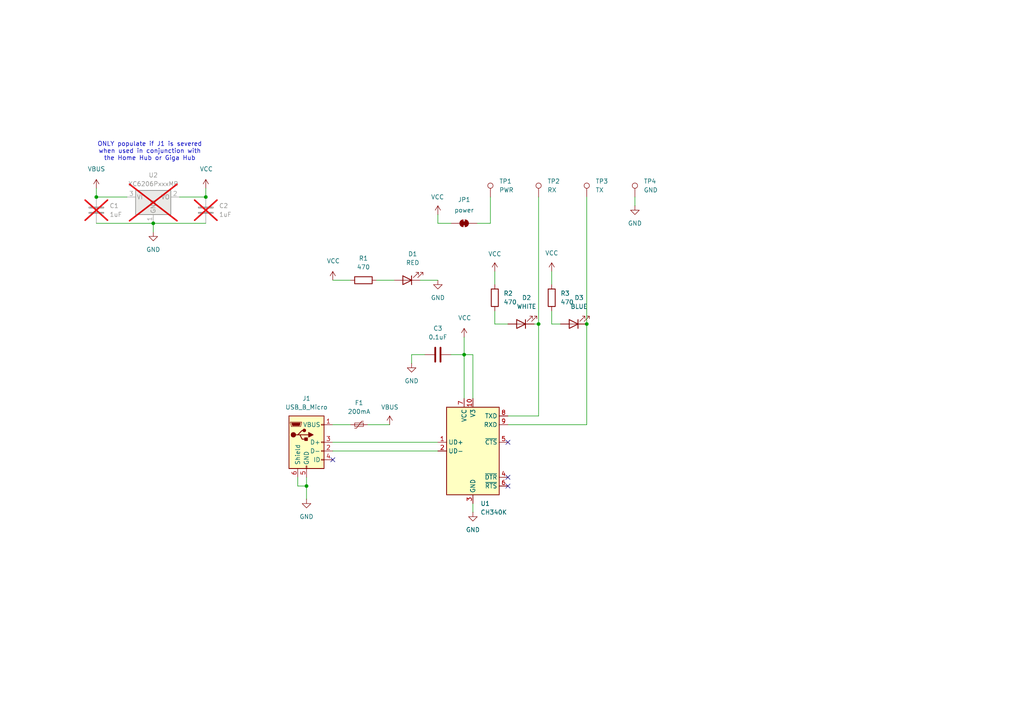
<source format=kicad_sch>
(kicad_sch (version 20231120) (generator "eeschema") (generator_version "8.0")
  (paper "A4")
  (title_block (title "hubrxtx") (date "2024-09-08") (rev "1"))
  (lib_symbols
    (symbol "Connector:TestPoint" (pin_numbers hide) (pin_names (offset 0.762) hide)
      (property "Reference" "TP" (at 0 6.858 0))
      (property "Value" "TestPoint" (at 0 5.08 0))
      (symbol "TestPoint_0_1"
        (circle (center 0 3.302) (radius 0.762))
      )
      (symbol "TestPoint_1_1"
        (pin passive line (at 0 0 90) (length 2.54) (name "1") (number "1"))
      )
    )
    (symbol "Connector:USB_B_Micro" (pin_names (offset 1.016))
      (property "Reference" "J" (at -5.08 11.43 0))
      (property "Value" "USB_B_Micro" (at -5.08 8.89 0))
      (symbol "USB_B_Micro_0_1"
        (rectangle (start -5.08 -7.62) (end 5.08 7.62) (stroke (width 0.254)) (fill (type background)))
        (circle (center -3.81 2.159) (radius 0.635) (stroke (width 0.254)) (fill (type outline)))
        (circle (center -0.635 3.429) (radius 0.381) (stroke (width 0.254)) (fill (type outline)))
        (rectangle (start -0.127 -7.62) (end 0.127 -6.858))
        (polyline (pts (xy -1.905 2.159) (xy 0.635 2.159)) (stroke (width 0.254)))
        (polyline (pts (xy -3.175 2.159) (xy -2.54 2.159) (xy -1.27 3.429) (xy -0.635 3.429)) (stroke (width 0.254)))
        (polyline (pts (xy -2.54 2.159) (xy -1.905 2.159) (xy -1.27 0.889) (xy 0 0.889)) (stroke (width 0.254)))
        (polyline (pts (xy 0.635 2.794) (xy 0.635 1.524) (xy 1.905 2.159) (xy 0.635 2.794)) (stroke (width 0.254)) (fill (type outline)))
        (polyline (pts (xy -4.318 5.588) (xy -1.778 5.588) (xy -2.032 4.826) (xy -4.064 4.826) (xy -4.318 5.588)) (fill (type outline)))
        (polyline (pts (xy -4.699 5.842) (xy -4.699 5.588) (xy -4.445 4.826) (xy -4.445 4.572) (xy -1.651 4.572) (xy -1.651 4.826) (xy -1.397 5.588) (xy -1.397 5.842) (xy -4.699 5.842)))
        (rectangle (start 0.254 1.27) (end -0.508 0.508) (stroke (width 0.254)) (fill (type outline)))
        (rectangle (start 5.08 -5.207) (end 4.318 -4.953))
        (rectangle (start 5.08 -2.667) (end 4.318 -2.413))
        (rectangle (start 5.08 -0.127) (end 4.318 0.127))
        (rectangle (start 5.08 4.953) (end 4.318 5.207))
      )
      (symbol "USB_B_Micro_1_1"
        (pin power_out line (at 7.62 5.08 180) (length 2.54) (name "VBUS") (number "1"))
        (pin bidirectional line (at 7.62 -2.54 180) (length 2.54) (name "D-") (number "2"))
        (pin bidirectional line (at 7.62 0 180) (length 2.54) (name "D+") (number "3"))
        (pin passive line (at 7.62 -5.08 180) (length 2.54) (name "ID") (number "4"))
        (pin power_out line (at 0 -10.16 90) (length 2.54) (name "GND") (number "5"))
        (pin passive line (at -2.54 -10.16 90) (length 2.54) (name "Shield") (number "6"))
      )
    )
    (symbol "Device:C" (pin_numbers hide) (pin_names (offset 0.254))
      (property "Reference" "C" (at 0.635 2.54 0))
      (property "Value" "C" (at 0.635 -2.54 0))
      (symbol "C_0_1"
        (polyline (pts (xy -2.032 -0.762) (xy 2.032 -0.762)) (stroke (width 0.508)))
        (polyline (pts (xy -2.032 0.762) (xy 2.032 0.762)) (stroke (width 0.508)))
      )
      (symbol "C_1_1"
        (pin passive line (at 0 3.81 270) (length 2.794) (name "~") (number "1"))
        (pin passive line (at 0 -3.81 90) (length 2.794) (name "~") (number "2"))
      )
    )
    (symbol "Device:LED" (pin_numbers hide) (pin_names (offset 1.016) hide)
      (property "Reference" "D" (at 0 2.54 0))
      (property "Value" "LED" (at 0 -2.54 0))
      (symbol "LED_0_1"
        (polyline (pts (xy -1.27 -1.27) (xy -1.27 1.27)) (stroke (width 0.254)))
        (polyline (pts (xy -1.27 0) (xy 1.27 0)))
        (polyline (pts (xy 1.27 -1.27) (xy 1.27 1.27) (xy -1.27 0) (xy 1.27 -1.27)) (stroke (width 0.254)))
        (polyline (pts (xy -3.048 -0.762) (xy -4.572 -2.286) (xy -3.81 -2.286) (xy -4.572 -2.286) (xy -4.572 -1.524)))
        (polyline (pts (xy -1.778 -0.762) (xy -3.302 -2.286) (xy -2.54 -2.286) (xy -3.302 -2.286) (xy -3.302 -1.524)))
      )
      (symbol "LED_1_1"
        (pin passive line (at -3.81 0 0) (length 2.54) (name "K") (number "1"))
        (pin passive line (at 3.81 0 180) (length 2.54) (name "A") (number "2"))
      )
    )
    (symbol "Device:Polyfuse_Small" (pin_numbers hide) (pin_names (offset 0))
      (property "Reference" "F" (at -1.905 0 90))
      (property "Value" "Polyfuse_Small" (at 1.905 0 90))
      (symbol "Polyfuse_Small_0_1"
        (rectangle (start -0.508 1.27) (end 0.508 -1.27))
        (polyline (pts (xy 0 2.54) (xy 0 -2.54)))
        (polyline (pts (xy -1.016 1.27) (xy -1.016 0.762) (xy 1.016 -0.762) (xy 1.016 -1.27)))
      )
      (symbol "Polyfuse_Small_1_1"
        (pin passive line (at 0 2.54 270) (length 0.635) (name "~") (number "1"))
        (pin passive line (at 0 -2.54 90) (length 0.635) (name "~") (number "2"))
      )
    )
    (symbol "Device:R" (pin_numbers hide) (pin_names (offset 0))
      (property "Reference" "R" (at 2.032 0 90))
      (property "Value" "R" (at 0 0 90))
      (symbol "R_0_1"
        (rectangle (start -1.016 -2.54) (end 1.016 2.54) (stroke (width 0.254)))
      )
      (symbol "R_1_1"
        (pin passive line (at 0 3.81 270) (length 1.27) (name "~") (number "1"))
        (pin passive line (at 0 -3.81 90) (length 1.27) (name "~") (number "2"))
      )
    )
    (symbol "Interface_USB:CH340K"
      (property "Reference" "U" (at -6.858 13.97 0))
      (property "Value" "CH340K" (at 1.27 13.97 0))
      (symbol "CH340K_0_1"
        (rectangle (start -7.62 12.7) (end 7.62 -12.7) (stroke (width 0.254)) (fill (type background)))
      )
      (symbol "CH340K_1_0"
        (pin passive line (at 0 -15.24 90) (length 2.54) hide (name "GND") (number "11"))
      )
      (symbol "CH340K_1_1"
        (pin bidirectional line (at -10.16 2.54 0) (length 2.54) (name "UD+") (number "1"))
        (pin passive line (at 0 15.24 270) (length 2.54) (name "V3") (number "10"))
        (pin bidirectional line (at -10.16 0 0) (length 2.54) (name "UD-") (number "2"))
        (pin power_in line (at 0 -15.24 90) (length 2.54) (name "GND") (number "3"))
        (pin output line (at 10.16 -7.62 180) (length 2.54) (name "~{DTR}") (number "4"))
        (pin input line (at 10.16 2.54 180) (length 2.54) (name "~{CTS}") (number "5"))
        (pin output line (at 10.16 -10.16 180) (length 2.54) (name "~{RTS}") (number "6"))
        (pin power_in line (at -2.54 15.24 270) (length 2.54) (name "VCC") (number "7"))
        (pin output line (at 10.16 10.16 180) (length 2.54) (name "TXD") (number "8"))
        (pin input line (at 10.16 7.62 180) (length 2.54) (name "RXD") (number "9"))
      )
    )
    (symbol "Jumper:SolderJumper_2_Bridged" (pin_numbers hide) (pin_names (offset 0) hide) (exclude_from_sim yes) (in_bom no)
      (property "Reference" "JP" (at 0 2.032 0))
      (property "Value" "SolderJumper_2_Bridged" (at 0 -2.54 0))
      (symbol "SolderJumper_2_Bridged_0_1"
        (rectangle (start -0.508 0.508) (end 0.508 -0.508) (fill (type outline)))
        (arc (start -0.254 1.016) (mid -1.2656 0) (end -0.254 -1.016))
        (arc (start -0.254 1.016) (mid -1.2656 0) (end -0.254 -1.016) (fill (type outline)))
        (polyline (pts (xy -0.254 1.016) (xy -0.254 -1.016)))
        (polyline (pts (xy 0.254 1.016) (xy 0.254 -1.016)))
        (arc (start 0.254 -1.016) (mid 1.2656 0) (end 0.254 1.016))
        (arc (start 0.254 -1.016) (mid 1.2656 0) (end 0.254 1.016) (fill (type outline)))
      )
      (symbol "SolderJumper_2_Bridged_1_1"
        (pin passive line (at -3.81 0 0) (length 2.54) (name "A") (number "1"))
        (pin passive line (at 3.81 0 180) (length 2.54) (name "B") (number "2"))
      )
    )
    (symbol "Regulator_Linear:XC6206PxxxMR" (pin_names (offset 0.254))
      (property "Reference" "U" (at -3.81 3.175 0))
      (property "Value" "XC6206PxxxMR" (at 0 3.175 0))
      (symbol "XC6206PxxxMR_0_1"
        (rectangle (start -5.08 1.905) (end 5.08 -5.08) (stroke (width 0.254)) (fill (type background)))
      )
      (symbol "XC6206PxxxMR_1_1"
        (pin power_in line (at 0 -7.62 90) (length 2.54) (name "GND") (number "1"))
        (pin power_out line (at 7.62 0 180) (length 2.54) (name "VO") (number "2"))
        (pin power_in line (at -7.62 0 0) (length 2.54) (name "VI") (number "3"))
      )
    )
    (symbol "power:GND" (power) (pin_numbers hide) (pin_names (offset 0) hide)
      (property "Value" "GND" (at 0 -3.81 0))
      (symbol "GND_0_1"
        (polyline (pts (xy 0 0) (xy 0 -1.27) (xy 1.27 -1.27) (xy 0 -2.54) (xy -1.27 -1.27) (xy 0 -1.27)))
      )
      (symbol "GND_1_1"
        (pin power_in line (at 0 0 270) (length 0) (name "~") (number "1"))
      )
    )
    (symbol "power:VCC" (power) (pin_numbers hide) (pin_names (offset 0) hide)
      (property "Value" "VCC" (at 0 3.556 0))
      (symbol "VCC_0_1"
        (polyline (pts (xy -0.762 1.27) (xy 0 2.54)))
        (polyline (pts (xy 0 0) (xy 0 2.54)))
        (polyline (pts (xy 0 2.54) (xy 0.762 1.27)))
      )
      (symbol "VCC_1_1"
        (pin power_in line (at 0 0 90) (length 0) (name "~") (number "1"))
      )
    )
    (symbol "power:VDD" (power) (pin_numbers hide) (pin_names (offset 0) hide)
      (property "Value" "VDD" (at 0 3.556 0))
      (symbol "VDD_0_1"
        (polyline (pts (xy -0.762 1.27) (xy 0 2.54)))
        (polyline (pts (xy 0 0) (xy 0 2.54)))
        (polyline (pts (xy 0 2.54) (xy 0.762 1.27)))
      )
      (symbol "VDD_1_1"
        (pin power_in line (at 0 0 90) (length 0) (name "~") (number "1"))
      )
    )
  )
  (junction (at 134.62 102.87))
  (junction (at 88.9 140.97))
  (junction (at 170.18 93.98))
  (junction (at 156.21 93.98))
  (junction (at 44.45 64.77))
  (junction (at 27.94 57.15))
  (junction (at 59.69 57.15))
  (no_connect (at 147.32 140.97))
  (no_connect (at 147.32 138.43))
  (no_connect (at 96.52 133.35))
  (no_connect (at 147.32 128.27))
  (wire (pts (xy 96.52 81.28) (xy 101.6 81.28)))
  (wire (pts (xy 143.51 78.74) (xy 143.51 82.55)))
  (wire (pts (xy 160.02 90.17) (xy 160.02 93.98)))
  (wire (pts (xy 44.45 64.77) (xy 59.69 64.77)))
  (wire (pts (xy 134.62 97.79) (xy 134.62 102.87)))
  (wire (pts (xy 96.52 130.81) (xy 127 130.81)))
  (wire (pts (xy 119.38 102.87) (xy 123.19 102.87)))
  (wire (pts (xy 96.52 128.27) (xy 127 128.27)))
  (wire (pts (xy 113.03 123.19) (xy 106.68 123.19)))
  (wire (pts (xy 170.18 57.15) (xy 170.18 93.98)))
  (wire (pts (xy 160.02 78.74) (xy 160.02 82.55)))
  (wire (pts (xy 156.21 57.15) (xy 156.21 93.98)))
  (wire (pts (xy 121.92 81.28) (xy 127 81.28)))
  (wire (pts (xy 142.24 64.77) (xy 142.24 57.15)))
  (wire (pts (xy 127 62.23) (xy 127 64.77)))
  (wire (pts (xy 88.9 140.97) (xy 88.9 144.78)))
  (wire (pts (xy 119.38 105.41) (xy 119.38 102.87)))
  (wire (pts (xy 156.21 93.98) (xy 156.21 120.65)))
  (wire (pts (xy 170.18 93.98) (xy 170.18 123.19)))
  (wire (pts (xy 27.94 54.61) (xy 27.94 57.15)))
  (wire (pts (xy 96.52 123.19) (xy 101.6 123.19)))
  (wire (pts (xy 27.94 57.15) (xy 36.83 57.15)))
  (wire (pts (xy 143.51 90.17) (xy 143.51 93.98)))
  (wire (pts (xy 86.36 140.97) (xy 88.9 140.97)))
  (wire (pts (xy 27.94 64.77) (xy 44.45 64.77)))
  (wire (pts (xy 160.02 93.98) (xy 162.56 93.98)))
  (wire (pts (xy 88.9 140.97) (xy 88.9 138.43)))
  (wire (pts (xy 86.36 140.97) (xy 86.36 138.43)))
  (wire (pts (xy 52.07 57.15) (xy 59.69 57.15)))
  (wire (pts (xy 127 64.77) (xy 130.81 64.77)))
  (wire (pts (xy 154.94 93.98) (xy 156.21 93.98)))
  (wire (pts (xy 44.45 67.31) (xy 44.45 64.77)))
  (wire (pts (xy 137.16 148.59) (xy 137.16 146.05)))
  (wire (pts (xy 137.16 102.87) (xy 137.16 115.57)))
  (wire (pts (xy 59.69 54.61) (xy 59.69 57.15)))
  (wire (pts (xy 143.51 93.98) (xy 147.32 93.98)))
  (wire (pts (xy 137.16 102.87) (xy 134.62 102.87)))
  (wire (pts (xy 138.43 64.77) (xy 142.24 64.77)))
  (wire (pts (xy 109.22 81.28) (xy 114.3 81.28)))
  (wire (pts (xy 184.15 57.15) (xy 184.15 59.69)))
  (wire (pts (xy 134.62 102.87) (xy 134.62 115.57)))
  (wire (pts (xy 156.21 120.65) (xy 147.32 120.65)))
  (wire (pts (xy 147.32 123.19) (xy 170.18 123.19)))
  (wire (pts (xy 134.62 102.87) (xy 130.81 102.87)))
  (text "ONLY populate if J1 is severed\nwhen used in conjunction with\nthe Home Hub or Giga Hub" (at 43.434 43.942 0) (effects (font (size 1.27 1.27))))
  (symbol (lib_id "power:VCC") (at 113.03 123.19 0) (unit 1)
    (property "Reference" "#PWR05" (effects (hide yes)))
    (property "Value" "VBUS" (at 110.49 118.11 0) (effects (justify left)))
    (property "Description" "Power symbol creates a global label with name \"VCC\"" (effects (hide yes)))
  )
  (symbol (lib_id "power:GND") (at 127 81.28 0) (unit 1)
    (property "Reference" "#PWR013" (effects (hide yes)))
    (property "Value" "GND" (at 127 86.36 0))
    (property "Description" "Power symbol creates a global label with name \"GND\" , ground" (effects (hide yes)))
  )
  (symbol (lib_id "power:GND") (at 44.45 67.31 0) (unit 1)
    (property "Reference" "#PWR04" (effects (hide yes)))
    (property "Value" "GND" (at 44.45 72.39 0))
    (property "Description" "Power symbol creates a global label with name \"GND\" , ground" (effects (hide yes)))
  )
  (symbol (lib_id "power:VDD") (at 134.62 97.79 0) (unit 1)
    (property "Reference" "#PWR08" (effects (hide yes)))
    (property "Value" "VCC" (at 132.842 92.202 0) (effects (justify left)))
    (property "Description" "Power symbol creates a global label with name \"VDD\"" (effects (hide yes)))
  )
  (symbol (lib_id "Connector:TestPoint") (at 142.24 57.15 0) (unit 1)
    (property "Reference" "TP1" (at 144.78 52.5779 0) (effects (justify left)))
    (property "Value" "PWR" (at 144.78 55.1179 0) (effects (justify left)))
    (property "Footprint" "TestPoint:TestPoint_Pad_D4.0mm" (effects (hide yes)))
    (property "Description" "test point" (effects (hide yes)))
  )
  (symbol (lib_id "Device:LED") (at 151.13 93.98 180) (unit 1)
    (property "Reference" "D2" (at 152.7175 86.36 0))
    (property "Value" "WHITE" (at 152.7175 88.9 0))
    (property "Footprint" "LED_SMD:LED_0603_1608Metric" (effects (hide yes)))
    (property "Description" "Light emitting diode" (effects (hide yes)))
  )
  (symbol (lib_id "Connector:USB_B_Micro") (at 88.9 128.27 0) (unit 1)
    (property "Reference" "J1" (at 88.9 115.57 0))
    (property "Value" "USB_B_Micro" (at 88.9 118.11 0))
    (property "Footprint" "Connector_USB:USB_Micro-B_Wuerth_614105150721_Vertical" (effects (hide yes)))
    (property "Description" "USB Micro Type B connector" (effects (hide yes)))
  )
  (symbol (lib_id "power:GND") (at 119.38 105.41 0) (unit 1)
    (property "Reference" "#PWR09" (effects (hide yes)))
    (property "Value" "GND" (at 119.38 110.49 0))
    (property "Description" "Power symbol creates a global label with name \"GND\" , ground" (effects (hide yes)))
  )
  (symbol (lib_id "Connector:TestPoint") (at 156.21 57.15 0) (unit 1)
    (property "Reference" "TP2" (at 158.75 52.5779 0) (effects (justify left)))
    (property "Value" "RX" (at 158.75 55.1179 0) (effects (justify left)))
    (property "Footprint" "TestPoint:TestPoint_Pad_D4.0mm" (effects (hide yes)))
    (property "Description" "test point" (effects (hide yes)))
  )
  (symbol (lib_id "Interface_USB:CH340K") (at 137.16 130.81 0) (unit 1)
    (property "Reference" "U1" (at 139.3541 146.05 0) (effects (justify left)))
    (property "Value" "CH340K" (at 139.3541 148.59 0) (effects (justify left)))
    (property "Footprint" "Package_SO:SSOP-10-1EP_3.9x4.9mm_P1mm_EP2.1x3.3mm" (effects (hide yes)))
    (property "Datasheet" "https://cdn.sparkfun.com/assets/5/0/a/8/5/CH340DS1.PDF" (effects (hide yes)))
    (property "Description" "USB serial converter, UART, SSOP-10" (effects (hide yes)))
  )
  (symbol (lib_id "power:GND") (at 184.15 59.69 0) (unit 1)
    (property "Reference" "#PWR02" (effects (hide yes)))
    (property "Value" "GND" (at 184.15 64.77 0))
    (property "Description" "Power symbol creates a global label with name \"GND\" , ground" (effects (hide yes)))
  )
  (symbol (lib_id "power:VDD") (at 96.52 81.28 0) (unit 1)
    (property "Reference" "#PWR014" (effects (hide yes)))
    (property "Value" "VCC" (at 94.742 75.692 0) (effects (justify left)))
    (property "Description" "Power symbol creates a global label with name \"VDD\"" (effects (hide yes)))
  )
  (symbol (lib_id "power:VDD") (at 160.02 78.74 0) (unit 1)
    (property "Reference" "#PWR011" (effects (hide yes)))
    (property "Value" "VCC" (at 160.02 73.406 0))
    (property "Description" "Power symbol creates a global label with name \"VDD\"" (effects (hide yes)))
  )
  (symbol (lib_id "Device:C") (at 59.69 60.96 0) (unit 1) (dnp yes)
    (property "Reference" "C2" (at 63.5 59.6899 0) (effects (justify left)))
    (property "Value" "1uF" (at 63.5 62.2299 0) (effects (justify left)))
    (property "Footprint" "Capacitor_SMD:C_0603_1608Metric" (effects (hide yes)))
    (property "Description" "Unpolarized capacitor" (effects (hide yes)))
  )
  (symbol (lib_id "Device:C") (at 27.94 60.96 0) (unit 1) (dnp yes)
    (property "Reference" "C1" (at 31.75 59.6899 0) (effects (justify left)))
    (property "Value" "1uF" (at 31.75 62.2299 0) (effects (justify left)))
    (property "Footprint" "Capacitor_SMD:C_0603_1608Metric" (effects (hide yes)))
    (property "Description" "Unpolarized capacitor" (effects (hide yes)))
  )
  (symbol (lib_id "Jumper:SolderJumper_2_Bridged") (at 134.62 64.77 0) (unit 1) (exclude_from_sim yes) (in_bom no)
    (property "Reference" "JP1" (at 134.62 57.912 0))
    (property "Value" "power" (at 134.62 60.96 0))
    (property "Footprint" "Jumper:SolderJumper-2_P1.3mm_Bridged_RoundedPad1.0x1.5mm" (effects (hide yes)))
    (property "Description" "Solder Jumper, 2-pole, closed/bridged" (effects (hide yes)))
  )
  (symbol (lib_id "Connector:TestPoint") (at 184.15 57.15 0) (unit 1)
    (property "Reference" "TP4" (at 186.69 52.5779 0) (effects (justify left)))
    (property "Value" "GND" (at 186.69 55.1179 0) (effects (justify left)))
    (property "Footprint" "TestPoint:TestPoint_Pad_D4.0mm" (effects (hide yes)))
    (property "Description" "test point" (effects (hide yes)))
  )
  (symbol (lib_id "Regulator_Linear:XC6206PxxxMR") (at 44.45 57.15 0) (unit 1) (dnp yes)
    (property "Reference" "U2" (at 44.45 50.8 0))
    (property "Value" "XC6206PxxxMR" (at 44.45 53.34 0))
    (property "Footprint" "Package_TO_SOT_SMD:SOT-23-3" (effects (hide yes)))
    (property "Datasheet" "https://www.torexsemi.com/file/xc6206/XC6206.pdf" (effects (hide yes)))
    (property "Description" "Positive 60-250mA Low Dropout Regulator, Fixed Output, SOT-23" (effects (hide yes)))
  )
  (symbol (lib_id "power:VDD") (at 143.51 78.74 0) (unit 1)
    (property "Reference" "#PWR010" (effects (hide yes)))
    (property "Value" "VCC" (at 143.51 73.66 0))
    (property "Description" "Power symbol creates a global label with name \"VDD\"" (effects (hide yes)))
  )
  (symbol (lib_id "Connector:TestPoint") (at 170.18 57.15 0) (unit 1)
    (property "Reference" "TP3" (at 172.72 52.5779 0) (effects (justify left)))
    (property "Value" "TX" (at 172.72 55.1179 0) (effects (justify left)))
    (property "Footprint" "TestPoint:TestPoint_Pad_D4.0mm" (effects (hide yes)))
    (property "Description" "test point" (effects (hide yes)))
  )
  (symbol (lib_id "power:GND") (at 137.16 148.59 0) (unit 1)
    (property "Reference" "#PWR01" (effects (hide yes)))
    (property "Value" "GND" (at 137.16 153.67 0))
    (property "Description" "Power symbol creates a global label with name \"GND\" , ground" (effects (hide yes)))
  )
  (symbol (lib_id "Device:R") (at 143.51 86.36 180) (unit 1)
    (property "Reference" "R2" (at 146.05 85.0899 0) (effects (justify right)))
    (property "Value" "470" (at 146.05 87.6299 0) (effects (justify right)))
    (property "Footprint" "Resistor_SMD:R_0603_1608Metric" (effects (hide yes)))
    (property "Description" "Resistor" (effects (hide yes)))
  )
  (symbol (lib_id "power:VDD") (at 59.69 54.61 0) (unit 1)
    (property "Reference" "#PWR07" (effects (hide yes)))
    (property "Value" "VCC" (at 57.912 49.022 0) (effects (justify left)))
    (property "Description" "Power symbol creates a global label with name \"VDD\"" (effects (hide yes)))
  )
  (symbol (lib_id "Device:R") (at 105.41 81.28 270) (unit 1)
    (property "Reference" "R1" (at 105.41 74.93 90))
    (property "Value" "470" (at 105.41 77.47 90))
    (property "Footprint" "Resistor_SMD:R_0603_1608Metric" (effects (hide yes)))
    (property "Description" "Resistor" (effects (hide yes)))
  )
  (symbol (lib_id "power:GND") (at 88.9 144.78 0) (unit 1)
    (property "Reference" "#PWR03" (effects (hide yes)))
    (property "Value" "GND" (at 88.9 149.86 0))
    (property "Description" "Power symbol creates a global label with name \"GND\" , ground" (effects (hide yes)))
  )
  (symbol (lib_id "Device:R") (at 160.02 86.36 180) (unit 1)
    (property "Reference" "R3" (at 162.56 85.0899 0) (effects (justify right)))
    (property "Value" "470" (at 162.56 87.6299 0) (effects (justify right)))
    (property "Footprint" "Resistor_SMD:R_0603_1608Metric" (effects (hide yes)))
    (property "Description" "Resistor" (effects (hide yes)))
  )
  (symbol (lib_id "power:VCC") (at 27.94 54.61 0) (unit 1)
    (property "Reference" "#PWR06" (effects (hide yes)))
    (property "Value" "VBUS" (at 25.4 49.022 0) (effects (justify left)))
    (property "Description" "Power symbol creates a global label with name \"VCC\"" (effects (hide yes)))
  )
  (symbol (lib_id "Device:C") (at 127 102.87 90) (unit 1)
    (property "Reference" "C3" (at 127 95.25 90))
    (property "Value" "0.1uF" (at 127 97.79 90))
    (property "Footprint" "Capacitor_SMD:C_0603_1608Metric" (effects (hide yes)))
    (property "Description" "Unpolarized capacitor" (effects (hide yes)))
  )
  (symbol (lib_id "power:VDD") (at 127 62.23 0) (unit 1)
    (property "Reference" "#PWR012" (effects (hide yes)))
    (property "Value" "VCC" (at 124.968 57.15 0) (effects (justify left)))
    (property "Description" "Power symbol creates a global label with name \"VDD\"" (effects (hide yes)))
  )
  (symbol (lib_id "Device:Polyfuse_Small") (at 104.14 123.19 90) (unit 1)
    (property "Reference" "F1" (at 104.14 116.84 90))
    (property "Value" "200mA" (at 104.14 119.38 90))
    (property "Footprint" "Fuse:Fuse_0603_1608Metric_Pad1.05x0.95mm_HandSolder" (effects (hide yes)))
    (property "Description" "Resettable fuse, polymeric positive temperature coefficient, small symbol" (effects (hide yes)))
  )
  (symbol (lib_id "Device:LED") (at 166.37 93.98 180) (unit 1)
    (property "Reference" "D3" (at 167.9575 86.36 0))
    (property "Value" "BLUE" (at 167.9575 88.9 0))
    (property "Footprint" "LED_SMD:LED_0603_1608Metric" (effects (hide yes)))
    (property "Description" "Light emitting diode" (effects (hide yes)))
  )
  (symbol (lib_id "Device:LED") (at 118.11 81.28 180) (unit 1)
    (property "Reference" "D1" (at 119.6975 73.66 0))
    (property "Value" "RED" (at 119.6975 76.2 0))
    (property "Footprint" "LED_SMD:LED_0603_1608Metric" (effects (hide yes)))
    (property "Description" "Light emitting diode" (effects (hide yes)))
  )
)
</source>
